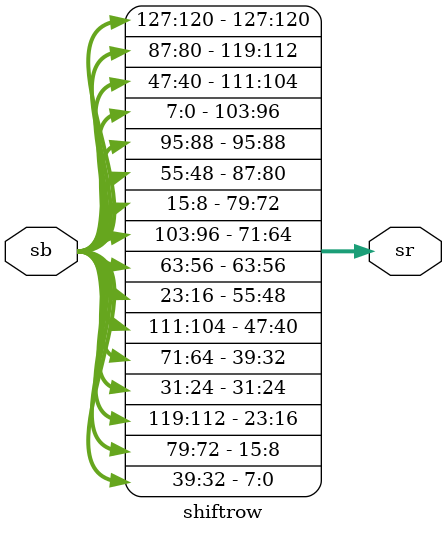
<source format=v>
`timescale 1ns / 1ps
module shiftrow(sb,sr);

input [127:0] sb;
output [127:0] sr;

assign         sr[127:120] = sb[127:120];  
assign         sr[119:112] = sb[87:80];
assign         sr[111:104] = sb[47:40];
assign         sr[103:96] = sb[7:0];
   
assign          sr[95:88] = sb[95:88];
assign          sr[87:80] = sb[55:48];
assign          sr[79:72] = sb[15:8];
assign          sr[71:64] = sb[103:96];
   
assign          sr[63:56] = sb[63:56];
assign          sr[55:48] = sb[23:16];
assign          sr[47:40] = sb[111:104];
assign          sr[39:32] = sb[71:64];
   
assign          sr[31:24] = sb[31:24];
assign          sr[23:16] = sb[119:112];
assign          sr[15:8] = sb[79:72];
assign          sr[7:0] = sb[39:32]; 

     	 

endmodule

</source>
